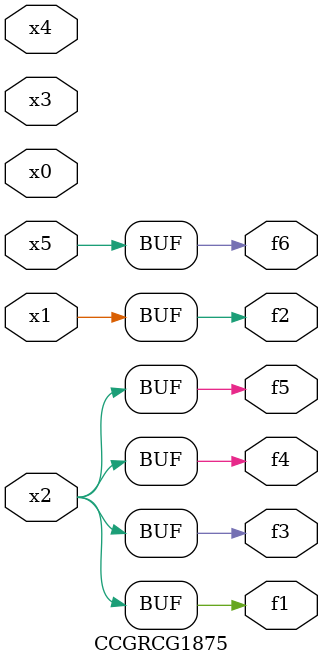
<source format=v>
module CCGRCG1875(
	input x0, x1, x2, x3, x4, x5,
	output f1, f2, f3, f4, f5, f6
);
	assign f1 = x2;
	assign f2 = x1;
	assign f3 = x2;
	assign f4 = x2;
	assign f5 = x2;
	assign f6 = x5;
endmodule

</source>
